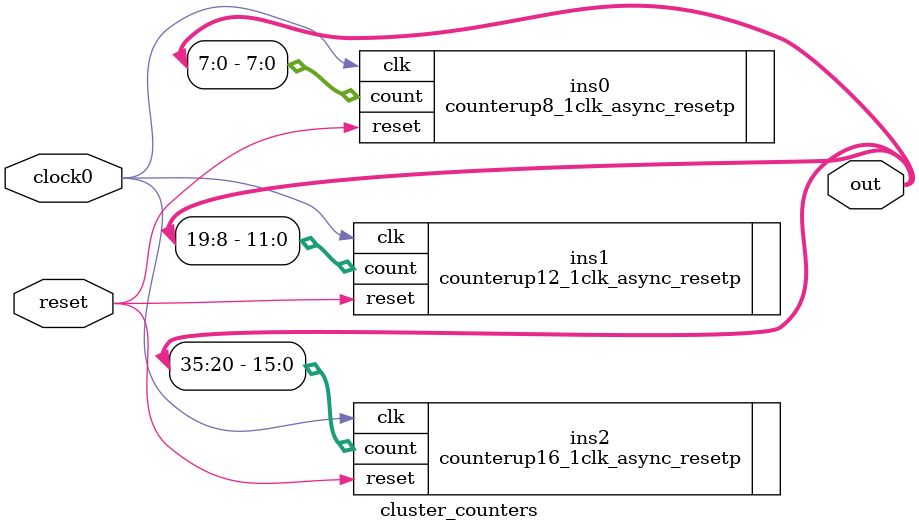
<source format=v>

module counterup36_8_2clk_async_resetp (clock0,reset,out1,out2);
	parameter N=36;
	parameter size = 77;
	input clock0;
	input reset;
	output [(size*N)-1:0] out1;
	wire [N-1:0] count_w;
	output [9:0] out2;


	cluster_counters a0(clock0, reset, count_w);
	counterup10_1clk_async_resetp b0(.clk(clock0), .reset(reset), .count(out2));

	generate
	genvar k;
	for(k=0;k < size; k=k+1)begin
	   assign out1[((N-1)+k*N):(k*N)] = count_w;
	end
	endgenerate
/*
`ifdef COCOTB_SIM
initial begin
  $dumpfile("wave.vcd");
  $dumpvars(0, counterup36_8_2clk_async_resetp);
end
`endif
*/
endmodule 


module cluster_counters (clock0, reset, out);
	input clock0;
	input reset;
	output [35:0] out;

	counterup8_1clk_async_resetp ins0(.clk(clock0), .reset(reset), .count(out [7:0]));
	counterup12_1clk_async_resetp ins1(.clk(clock0), .reset(reset), .count(out [19:8]));
	counterup16_1clk_async_resetp ins2(.clk(clock0), .reset(reset), .count(out [35:20]));

endmodule 

</source>
